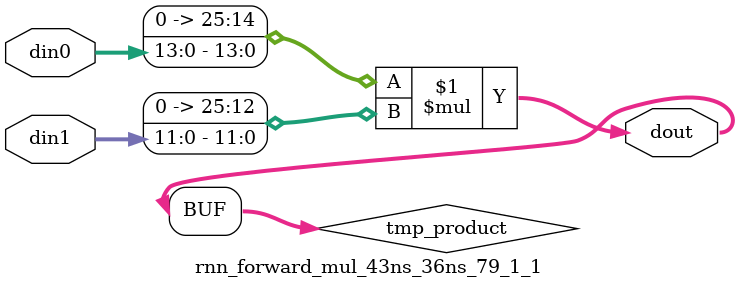
<source format=v>

`timescale 1 ns / 1 ps

  module rnn_forward_mul_43ns_36ns_79_1_1(din0, din1, dout);
parameter ID = 1;
parameter NUM_STAGE = 0;
parameter din0_WIDTH = 14;
parameter din1_WIDTH = 12;
parameter dout_WIDTH = 26;

input [din0_WIDTH - 1 : 0] din0; 
input [din1_WIDTH - 1 : 0] din1; 
output [dout_WIDTH - 1 : 0] dout;

wire signed [dout_WIDTH - 1 : 0] tmp_product;










assign tmp_product = $signed({1'b0, din0}) * $signed({1'b0, din1});











assign dout = tmp_product;







endmodule

</source>
